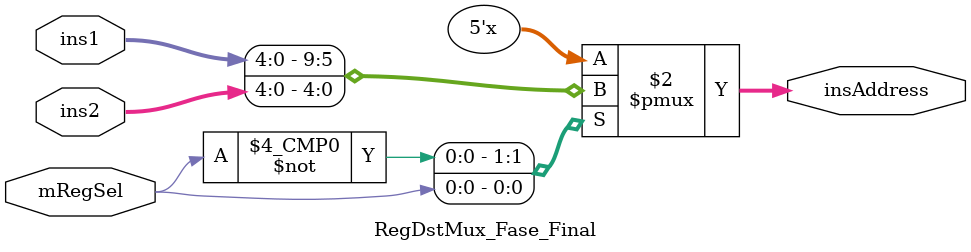
<source format=v>
module RegDstMux_Fase_Final(
	input [4:0]ins1, ins2,
	input mRegSel,
	output reg [4:0]insAddress
);

//2 - Declaracion de cables y registros

//3 - Cuerpo del modulo

//Bloque secuencial
always @*
begin
	case(mRegSel)
	1'b0:
		insAddress = ins1;
	1'b1:
		insAddress = ins2;
	default:
		insAddress = 5'bz;
	endcase
end

endmodule


</source>
